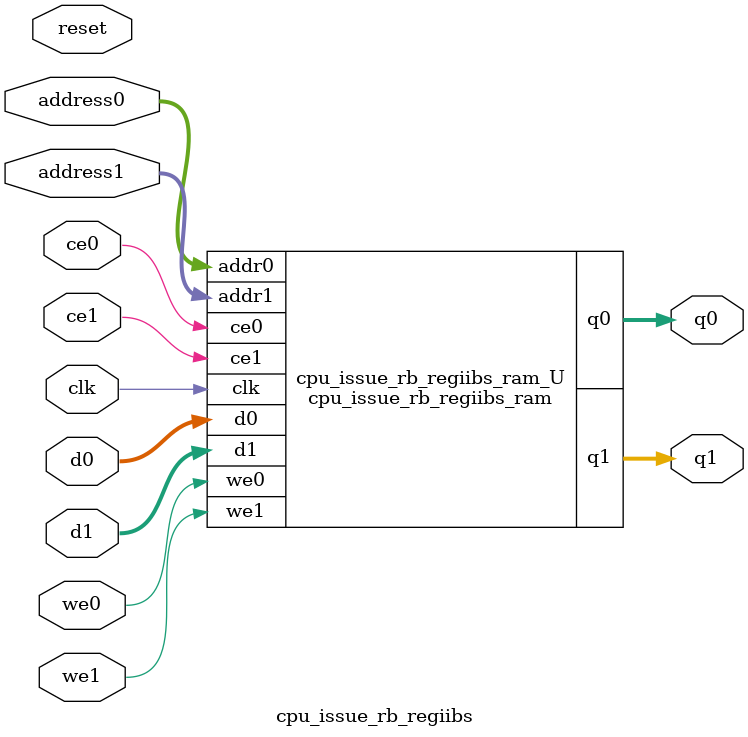
<source format=v>

`timescale 1 ns / 1 ps
module cpu_issue_rb_regiibs_ram (addr0, ce0, d0, we0, q0, addr1, ce1, d1, we1, q1,  clk);

parameter DWIDTH = 8;
parameter AWIDTH = 5;
parameter MEM_SIZE = 32;

input[AWIDTH-1:0] addr0;
input ce0;
input[DWIDTH-1:0] d0;
input we0;
output reg[DWIDTH-1:0] q0;
input[AWIDTH-1:0] addr1;
input ce1;
input[DWIDTH-1:0] d1;
input we1;
output reg[DWIDTH-1:0] q1;
input clk;

(* ram_style = "block" *)reg [DWIDTH-1:0] ram[0:MEM_SIZE-1];




always @(posedge clk)  
begin 
    if (ce0) 
    begin
        if (we0) 
        begin 
            ram[addr0] <= d0; 
            q0 <= d0;
        end 
        else 
            q0 <= ram[addr0];
    end
end


always @(posedge clk)  
begin 
    if (ce1) 
    begin
        if (we1) 
        begin 
            ram[addr1] <= d1; 
            q1 <= d1;
        end 
        else 
            q1 <= ram[addr1];
    end
end


endmodule


`timescale 1 ns / 1 ps
module cpu_issue_rb_regiibs(
    reset,
    clk,
    address0,
    ce0,
    we0,
    d0,
    q0,
    address1,
    ce1,
    we1,
    d1,
    q1);

parameter DataWidth = 32'd8;
parameter AddressRange = 32'd32;
parameter AddressWidth = 32'd5;
input reset;
input clk;
input[AddressWidth - 1:0] address0;
input ce0;
input we0;
input[DataWidth - 1:0] d0;
output[DataWidth - 1:0] q0;
input[AddressWidth - 1:0] address1;
input ce1;
input we1;
input[DataWidth - 1:0] d1;
output[DataWidth - 1:0] q1;



cpu_issue_rb_regiibs_ram cpu_issue_rb_regiibs_ram_U(
    .clk( clk ),
    .addr0( address0 ),
    .ce0( ce0 ),
    .we0( we0 ),
    .d0( d0 ),
    .q0( q0 ),
    .addr1( address1 ),
    .ce1( ce1 ),
    .we1( we1 ),
    .d1( d1 ),
    .q1( q1 ));

endmodule


</source>
